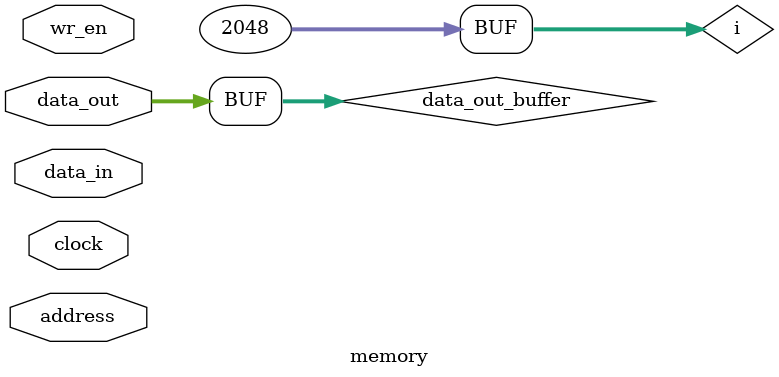
<source format=v>
`timescale 1ns / 1ps
`define MEM_DEPTH 2048
`define MEM_WIDTH 8
`define WORD_WIDTH 16

/*
Address List 

(2/4)   [0x0 - 0x7]             Internal Flags          (0-3)
(2/1)   [0x8 - 0x9]             nodeID                  (4)
(2/1)   [0xA - 0xB]             nodeEnergy              (5)
(2/1)   [0xC - 0xD]             nodeQValue              (6)
(2/1)   [0xE - 0xF]             deadNodes               (7)
(2/1)   [0x10 - 0x11]           energyThreshold         (8)
(2/16)  [0x12 - 0x31]           knownClusterHead        (9-24)
(2/16)  [0x32 - 0x51]           numberOfHops            (25-40)
(2/16)  [0x51 - 0x72]           chQValue                (41-56)
(2/32)  [0x72 - 0xB1]           neighborID              (57-88)
(2/32)  [0xB2 - 0xF1]           clusterID               (89-120)
(2/32)  [0xF2 - 0x131]          energyLeft              (121-152)
(2/32)  [0x132 - 0x171]         neighborQValue          (153-164)
(2/8*32)[0x172 - 0x271]         chIDs                   (165-420)
(2/1)   [0x272 - 0x273]         knownCHcount            (421)
(2/1)   [0x274 - 0x275]         neighborCount           (422)
(2/1)   [0x276 - 0x277]         chosenClusterHead       (423)
(2/32)  [0x278 - 0x2B7]         chIDCount               (424-455)

Internal Flags

        [0x0]                   hopsFromSink
        [0x1[7]]                role
        [0x1[6]]                forAggregation
        [0x1[5]]                forSOS
        [0x1[4]]                forMR
        [0x1[3]]                forHB
        [0x1[2]]                forCHM
        [0x1[1]]                communicationMode
        [0x2]                   prev
        [0x3 - 0x4]             dest
        [0x5]                   timeslotTDMA
        [0x6 - 0x7]             sinkID
*/


module memory(clock, address, wr_en, data_in, data_out);

        input clock, wr_en;
        input [10:0] address;
        input [`WORD_WIDTH-1:0] data_in;
        input [`WORD_WIDTH-1:0] data_out;

// initialize memory array
        reg [`MEM_WIDTH-1:0] memory [0: `MEM_DEPTH-1];
        
//  initialize with zeros
        integer i;
        initial begin
                for(i = 0; i < `MEM_DEPTH; i = i + 1) begin
                        memory[i] = 0;
                end
        
        
/*
        this part is for preloading memory with existing data 
        //FLAGS
        memory['h0] = 2;
        memory['h1] = 4'b0000;  // not a cluster head, not for aggregation, SOS not needed, sinkID 0
        
        memory['h2] = 0;
        
        memory['h3] = 8'h63;    // cluster head choose node #99
        memory['h4] = 0;    
        
        memory['h5] = 1;        // TDMA timeslot
        
        memory['h6] = 0;        // sinkID
        memory['h7] = 0;
        
        memory['h8] = 11;       // nodeID
        memory['h9] = 0;
        
        memory['hA] = 8'h40;    // energy = 1.00;
        memory['hB] = 8'h0;    
        
        memory['hC] = 8'h02;
        memory['hD] = 8'hAB;    // Q-value = 0.1667
        
        memory['hE] = 0;
        memory['hF] = 0;        // deadNodes = 0
        
        memory['h10] = 8'h33;
        memory['h11] = 8'h33;   // energyThreshold = 0.8
        
        //knownClusterHeads
        
        memory['h12] = ;
        memory['h13] = ;
        
        memory['h14] = ;
        memory['h15] = ;
        
        memory['h16] = ;
        memory['h17] = ;
        
        memory['h18] = ;
        memory['h19] = ;
        
        memory['h1A] = ;
        memory['h1B] = ;
        
        memory['h1C] = ;
        memory['h1D] = ;
        
        memory['h1E] = ;
        memory['h1F] = ;
        
        memory['h20] = ;
        memory['h21] = ;
        
        memory['h22] = ;
        memory['h23] = ;
        
        memory['h24] = ;
        memory['h25] = ;
        
        
*/
        end

        // reading port
        reg [`WORD_WIDTH-1:0] data_out_buffer;
        
        always@(*)
                data_out_buffer <= {memory[address], memory[address+1]};
        
        
        assign data_out = data_out_buffer;
        
        
        always@(posedge clock) begin
                if(wr_en) begin
                        memory[address] = data_in[15:8];
                        memory[address+1] = data_in[7:0];
                end        
        end
endmodule

</source>
